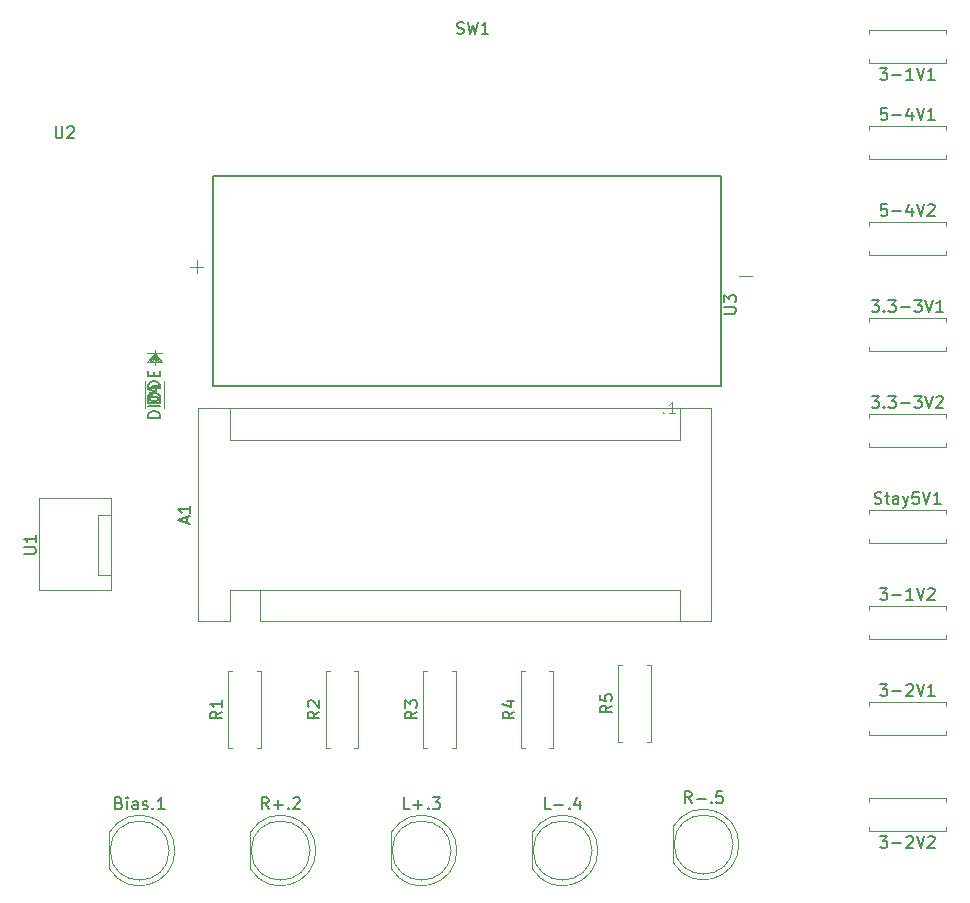
<source format=gto>
%TF.GenerationSoftware,KiCad,Pcbnew,(5.1.10)-1*%
%TF.CreationDate,2021-08-05T18:33:57-07:00*%
%TF.ProjectId,SimpleCableTesterStatics,53696d70-6c65-4436-9162-6c6554657374,rev?*%
%TF.SameCoordinates,Original*%
%TF.FileFunction,Legend,Top*%
%TF.FilePolarity,Positive*%
%FSLAX46Y46*%
G04 Gerber Fmt 4.6, Leading zero omitted, Abs format (unit mm)*
G04 Created by KiCad (PCBNEW (5.1.10)-1) date 2021-08-05 18:33:57*
%MOMM*%
%LPD*%
G01*
G04 APERTURE LIST*
%ADD10C,0.120000*%
%ADD11C,0.127000*%
%ADD12C,0.150000*%
%ADD13C,0.015000*%
G04 APERTURE END LIST*
D10*
%TO.C,U1*%
X117098000Y-114808000D02*
X118108000Y-114808000D01*
X117098000Y-119888000D02*
X117098000Y-114808000D01*
X118108000Y-119888000D02*
X117098000Y-119888000D01*
X118208000Y-113438000D02*
X118208000Y-121238000D01*
X112158000Y-113438000D02*
X118208000Y-113438000D01*
X112158000Y-121238000D02*
X112158000Y-113438000D01*
X118208000Y-121238000D02*
X112158000Y-121238000D01*
D11*
%TO.C,.1*%
X126836000Y-103886000D02*
X126836000Y-86106000D01*
X126836000Y-86106000D02*
X169836000Y-86106000D01*
X169836000Y-86106000D02*
X169836000Y-103886000D01*
X169836000Y-103886000D02*
X126836000Y-103886000D01*
D10*
%TO.C,3-1V1*%
X188944000Y-76224000D02*
X188944000Y-76554000D01*
X188944000Y-76554000D02*
X182404000Y-76554000D01*
X182404000Y-76554000D02*
X182404000Y-76224000D01*
X188944000Y-74144000D02*
X188944000Y-73814000D01*
X188944000Y-73814000D02*
X182404000Y-73814000D01*
X182404000Y-73814000D02*
X182404000Y-74144000D01*
%TO.C,3-1V2*%
X188944000Y-125322000D02*
X188944000Y-124992000D01*
X182404000Y-125322000D02*
X188944000Y-125322000D01*
X182404000Y-124992000D02*
X182404000Y-125322000D01*
X188944000Y-122582000D02*
X188944000Y-122912000D01*
X182404000Y-122582000D02*
X188944000Y-122582000D01*
X182404000Y-122912000D02*
X182404000Y-122582000D01*
%TO.C,3-2V1*%
X188944000Y-133450000D02*
X188944000Y-133120000D01*
X182404000Y-133450000D02*
X188944000Y-133450000D01*
X182404000Y-133120000D02*
X182404000Y-133450000D01*
X188944000Y-130710000D02*
X188944000Y-131040000D01*
X182404000Y-130710000D02*
X188944000Y-130710000D01*
X182404000Y-131040000D02*
X182404000Y-130710000D01*
%TO.C,3-2V2*%
X188944000Y-141248000D02*
X188944000Y-141578000D01*
X188944000Y-141578000D02*
X182404000Y-141578000D01*
X182404000Y-141578000D02*
X182404000Y-141248000D01*
X188944000Y-139168000D02*
X188944000Y-138838000D01*
X188944000Y-138838000D02*
X182404000Y-138838000D01*
X182404000Y-138838000D02*
X182404000Y-139168000D01*
%TO.C,3.3-3V1*%
X188944000Y-100938000D02*
X188944000Y-100608000D01*
X182404000Y-100938000D02*
X188944000Y-100938000D01*
X182404000Y-100608000D02*
X182404000Y-100938000D01*
X188944000Y-98198000D02*
X188944000Y-98528000D01*
X182404000Y-98198000D02*
X188944000Y-98198000D01*
X182404000Y-98528000D02*
X182404000Y-98198000D01*
%TO.C,3.3-3V2*%
X188944000Y-109066000D02*
X188944000Y-108736000D01*
X182404000Y-109066000D02*
X188944000Y-109066000D01*
X182404000Y-108736000D02*
X182404000Y-109066000D01*
X188944000Y-106326000D02*
X188944000Y-106656000D01*
X182404000Y-106326000D02*
X188944000Y-106326000D01*
X182404000Y-106656000D02*
X182404000Y-106326000D01*
%TO.C,5-4V1*%
X182404000Y-82272000D02*
X182404000Y-81942000D01*
X182404000Y-81942000D02*
X188944000Y-81942000D01*
X188944000Y-81942000D02*
X188944000Y-82272000D01*
X182404000Y-84352000D02*
X182404000Y-84682000D01*
X182404000Y-84682000D02*
X188944000Y-84682000D01*
X188944000Y-84682000D02*
X188944000Y-84352000D01*
%TO.C,5-4V2*%
X188944000Y-92810000D02*
X188944000Y-92480000D01*
X182404000Y-92810000D02*
X188944000Y-92810000D01*
X182404000Y-92480000D02*
X182404000Y-92810000D01*
X188944000Y-90070000D02*
X188944000Y-90400000D01*
X182404000Y-90070000D02*
X188944000Y-90070000D01*
X182404000Y-90400000D02*
X182404000Y-90070000D01*
%TO.C,A1*%
X125600000Y-105788000D02*
X125600000Y-123828000D01*
X169040000Y-105788000D02*
X125600000Y-105788000D01*
X169040000Y-123828000D02*
X169040000Y-105788000D01*
X166370000Y-121158000D02*
X166370000Y-123828000D01*
X130810000Y-121158000D02*
X166370000Y-121158000D01*
X130810000Y-121158000D02*
X130810000Y-123828000D01*
X166370000Y-108458000D02*
X166370000Y-105788000D01*
X128270000Y-108458000D02*
X166370000Y-108458000D01*
X128270000Y-108458000D02*
X128270000Y-105788000D01*
X125600000Y-123828000D02*
X128270000Y-123828000D01*
X130810000Y-123828000D02*
X169040000Y-123828000D01*
X128270000Y-121158000D02*
X128270000Y-123828000D01*
X130810000Y-121158000D02*
X128270000Y-121158000D01*
%TO.C,Bias.1*%
X118090000Y-141711000D02*
X118090000Y-144801000D01*
X123150000Y-143256000D02*
G75*
G03*
X123150000Y-143256000I-2500000J0D01*
G01*
X123640000Y-143256462D02*
G75*
G03*
X118090000Y-141711170I-2990000J462D01*
G01*
X123640000Y-143255538D02*
G75*
G02*
X118090000Y-144800830I-2990000J-462D01*
G01*
%TO.C,R+.2*%
X135578000Y-143255538D02*
G75*
G02*
X130028000Y-144800830I-2990000J-462D01*
G01*
X135578000Y-143256462D02*
G75*
G03*
X130028000Y-141711170I-2990000J462D01*
G01*
X135088000Y-143256000D02*
G75*
G03*
X135088000Y-143256000I-2500000J0D01*
G01*
X130028000Y-141711000D02*
X130028000Y-144801000D01*
%TO.C,L+.3*%
X141966000Y-141711000D02*
X141966000Y-144801000D01*
X147026000Y-143256000D02*
G75*
G03*
X147026000Y-143256000I-2500000J0D01*
G01*
X147516000Y-143256462D02*
G75*
G03*
X141966000Y-141711170I-2990000J462D01*
G01*
X147516000Y-143255538D02*
G75*
G02*
X141966000Y-144800830I-2990000J-462D01*
G01*
%TO.C,D4*%
X121920000Y-102184200D02*
X121920000Y-100914200D01*
X122555000Y-101168200D02*
X121285000Y-101168200D01*
X121920000Y-101168200D02*
X122555000Y-101930200D01*
X121920000Y-101168200D02*
X122428000Y-101930200D01*
X121920000Y-101168200D02*
X122301000Y-101930200D01*
X121920000Y-101168200D02*
X122174000Y-101930200D01*
X121920000Y-101168200D02*
X122047000Y-101930200D01*
X121920000Y-101168200D02*
X121285000Y-101930200D01*
X121920000Y-101168200D02*
X121412000Y-101930200D01*
X121920000Y-101168200D02*
X121539000Y-101930200D01*
X121920000Y-101168200D02*
X121666000Y-101930200D01*
X121920000Y-101168200D02*
X121793000Y-101930200D01*
X122555000Y-101930200D02*
X121285000Y-101930200D01*
X121094500Y-103466900D02*
X121094500Y-105829100D01*
X122745500Y-105829100D02*
X122745500Y-103466900D01*
%TO.C,L-.4*%
X159454000Y-143255538D02*
G75*
G02*
X153904000Y-144800830I-2990000J-462D01*
G01*
X159454000Y-143256462D02*
G75*
G03*
X153904000Y-141711170I-2990000J462D01*
G01*
X158964000Y-143256000D02*
G75*
G03*
X158964000Y-143256000I-2500000J0D01*
G01*
X153904000Y-141711000D02*
X153904000Y-144801000D01*
%TO.C,R-.5*%
X165842000Y-141203000D02*
X165842000Y-144293000D01*
X170902000Y-142748000D02*
G75*
G03*
X170902000Y-142748000I-2500000J0D01*
G01*
X171392000Y-142748462D02*
G75*
G03*
X165842000Y-141203170I-2990000J462D01*
G01*
X171392000Y-142747538D02*
G75*
G02*
X165842000Y-144292830I-2990000J-462D01*
G01*
%TO.C,R1*%
X128500000Y-134588000D02*
X128170000Y-134588000D01*
X128170000Y-134588000D02*
X128170000Y-128048000D01*
X128170000Y-128048000D02*
X128500000Y-128048000D01*
X130580000Y-134588000D02*
X130910000Y-134588000D01*
X130910000Y-134588000D02*
X130910000Y-128048000D01*
X130910000Y-128048000D02*
X130580000Y-128048000D01*
%TO.C,R2*%
X139165000Y-128048000D02*
X138835000Y-128048000D01*
X139165000Y-134588000D02*
X139165000Y-128048000D01*
X138835000Y-134588000D02*
X139165000Y-134588000D01*
X136425000Y-128048000D02*
X136755000Y-128048000D01*
X136425000Y-134588000D02*
X136425000Y-128048000D01*
X136755000Y-134588000D02*
X136425000Y-134588000D01*
%TO.C,R3*%
X145010000Y-134588000D02*
X144680000Y-134588000D01*
X144680000Y-134588000D02*
X144680000Y-128048000D01*
X144680000Y-128048000D02*
X145010000Y-128048000D01*
X147090000Y-134588000D02*
X147420000Y-134588000D01*
X147420000Y-134588000D02*
X147420000Y-128048000D01*
X147420000Y-128048000D02*
X147090000Y-128048000D01*
%TO.C,R4*%
X155675000Y-128048000D02*
X155345000Y-128048000D01*
X155675000Y-134588000D02*
X155675000Y-128048000D01*
X155345000Y-134588000D02*
X155675000Y-134588000D01*
X152935000Y-128048000D02*
X153265000Y-128048000D01*
X152935000Y-134588000D02*
X152935000Y-128048000D01*
X153265000Y-134588000D02*
X152935000Y-134588000D01*
%TO.C,R5*%
X161520000Y-134080000D02*
X161190000Y-134080000D01*
X161190000Y-134080000D02*
X161190000Y-127540000D01*
X161190000Y-127540000D02*
X161520000Y-127540000D01*
X163600000Y-134080000D02*
X163930000Y-134080000D01*
X163930000Y-134080000D02*
X163930000Y-127540000D01*
X163930000Y-127540000D02*
X163600000Y-127540000D01*
%TO.C,Stay5V1*%
X182404000Y-114784000D02*
X182404000Y-114454000D01*
X182404000Y-114454000D02*
X188944000Y-114454000D01*
X188944000Y-114454000D02*
X188944000Y-114784000D01*
X182404000Y-116864000D02*
X182404000Y-117194000D01*
X182404000Y-117194000D02*
X188944000Y-117194000D01*
X188944000Y-117194000D02*
X188944000Y-116864000D01*
%TO.C,U1*%
D12*
X110860380Y-118149904D02*
X111669904Y-118149904D01*
X111765142Y-118102285D01*
X111812761Y-118054666D01*
X111860380Y-117959428D01*
X111860380Y-117768952D01*
X111812761Y-117673714D01*
X111765142Y-117626095D01*
X111669904Y-117578476D01*
X110860380Y-117578476D01*
X111860380Y-116578476D02*
X111860380Y-117149904D01*
X111860380Y-116864190D02*
X110860380Y-116864190D01*
X111003238Y-116959428D01*
X111098476Y-117054666D01*
X111146095Y-117149904D01*
%TO.C,.1*%
D13*
X165004809Y-106148142D02*
X165052428Y-106195761D01*
X165004809Y-106243380D01*
X164957190Y-106195761D01*
X165004809Y-106148142D01*
X165004809Y-106243380D01*
X166004809Y-106243380D02*
X165433380Y-106243380D01*
X165719095Y-106243380D02*
X165719095Y-105243380D01*
X165623857Y-105386238D01*
X165528619Y-105481476D01*
X165433380Y-105529095D01*
X171424666Y-94588000D02*
X172491333Y-94588000D01*
X124942666Y-93826000D02*
X126009333Y-93826000D01*
X125476000Y-94359333D02*
X125476000Y-93292666D01*
%TO.C,3-1V1*%
D12*
X183340666Y-77006380D02*
X183959714Y-77006380D01*
X183626380Y-77387333D01*
X183769238Y-77387333D01*
X183864476Y-77434952D01*
X183912095Y-77482571D01*
X183959714Y-77577809D01*
X183959714Y-77815904D01*
X183912095Y-77911142D01*
X183864476Y-77958761D01*
X183769238Y-78006380D01*
X183483523Y-78006380D01*
X183388285Y-77958761D01*
X183340666Y-77911142D01*
X184388285Y-77625428D02*
X185150190Y-77625428D01*
X186150190Y-78006380D02*
X185578761Y-78006380D01*
X185864476Y-78006380D02*
X185864476Y-77006380D01*
X185769238Y-77149238D01*
X185674000Y-77244476D01*
X185578761Y-77292095D01*
X186435904Y-77006380D02*
X186769238Y-78006380D01*
X187102571Y-77006380D01*
X187959714Y-78006380D02*
X187388285Y-78006380D01*
X187674000Y-78006380D02*
X187674000Y-77006380D01*
X187578761Y-77149238D01*
X187483523Y-77244476D01*
X187388285Y-77292095D01*
%TO.C,3-1V2*%
X183340666Y-121034380D02*
X183959714Y-121034380D01*
X183626380Y-121415333D01*
X183769238Y-121415333D01*
X183864476Y-121462952D01*
X183912095Y-121510571D01*
X183959714Y-121605809D01*
X183959714Y-121843904D01*
X183912095Y-121939142D01*
X183864476Y-121986761D01*
X183769238Y-122034380D01*
X183483523Y-122034380D01*
X183388285Y-121986761D01*
X183340666Y-121939142D01*
X184388285Y-121653428D02*
X185150190Y-121653428D01*
X186150190Y-122034380D02*
X185578761Y-122034380D01*
X185864476Y-122034380D02*
X185864476Y-121034380D01*
X185769238Y-121177238D01*
X185674000Y-121272476D01*
X185578761Y-121320095D01*
X186435904Y-121034380D02*
X186769238Y-122034380D01*
X187102571Y-121034380D01*
X187388285Y-121129619D02*
X187435904Y-121082000D01*
X187531142Y-121034380D01*
X187769238Y-121034380D01*
X187864476Y-121082000D01*
X187912095Y-121129619D01*
X187959714Y-121224857D01*
X187959714Y-121320095D01*
X187912095Y-121462952D01*
X187340666Y-122034380D01*
X187959714Y-122034380D01*
%TO.C,3-2V1*%
X183340666Y-129162380D02*
X183959714Y-129162380D01*
X183626380Y-129543333D01*
X183769238Y-129543333D01*
X183864476Y-129590952D01*
X183912095Y-129638571D01*
X183959714Y-129733809D01*
X183959714Y-129971904D01*
X183912095Y-130067142D01*
X183864476Y-130114761D01*
X183769238Y-130162380D01*
X183483523Y-130162380D01*
X183388285Y-130114761D01*
X183340666Y-130067142D01*
X184388285Y-129781428D02*
X185150190Y-129781428D01*
X185578761Y-129257619D02*
X185626380Y-129210000D01*
X185721619Y-129162380D01*
X185959714Y-129162380D01*
X186054952Y-129210000D01*
X186102571Y-129257619D01*
X186150190Y-129352857D01*
X186150190Y-129448095D01*
X186102571Y-129590952D01*
X185531142Y-130162380D01*
X186150190Y-130162380D01*
X186435904Y-129162380D02*
X186769238Y-130162380D01*
X187102571Y-129162380D01*
X187959714Y-130162380D02*
X187388285Y-130162380D01*
X187674000Y-130162380D02*
X187674000Y-129162380D01*
X187578761Y-129305238D01*
X187483523Y-129400476D01*
X187388285Y-129448095D01*
%TO.C,3-2V2*%
X183340666Y-142030380D02*
X183959714Y-142030380D01*
X183626380Y-142411333D01*
X183769238Y-142411333D01*
X183864476Y-142458952D01*
X183912095Y-142506571D01*
X183959714Y-142601809D01*
X183959714Y-142839904D01*
X183912095Y-142935142D01*
X183864476Y-142982761D01*
X183769238Y-143030380D01*
X183483523Y-143030380D01*
X183388285Y-142982761D01*
X183340666Y-142935142D01*
X184388285Y-142649428D02*
X185150190Y-142649428D01*
X185578761Y-142125619D02*
X185626380Y-142078000D01*
X185721619Y-142030380D01*
X185959714Y-142030380D01*
X186054952Y-142078000D01*
X186102571Y-142125619D01*
X186150190Y-142220857D01*
X186150190Y-142316095D01*
X186102571Y-142458952D01*
X185531142Y-143030380D01*
X186150190Y-143030380D01*
X186435904Y-142030380D02*
X186769238Y-143030380D01*
X187102571Y-142030380D01*
X187388285Y-142125619D02*
X187435904Y-142078000D01*
X187531142Y-142030380D01*
X187769238Y-142030380D01*
X187864476Y-142078000D01*
X187912095Y-142125619D01*
X187959714Y-142220857D01*
X187959714Y-142316095D01*
X187912095Y-142458952D01*
X187340666Y-143030380D01*
X187959714Y-143030380D01*
%TO.C,3.3-3V1*%
X182626380Y-96650380D02*
X183245428Y-96650380D01*
X182912095Y-97031333D01*
X183054952Y-97031333D01*
X183150190Y-97078952D01*
X183197809Y-97126571D01*
X183245428Y-97221809D01*
X183245428Y-97459904D01*
X183197809Y-97555142D01*
X183150190Y-97602761D01*
X183054952Y-97650380D01*
X182769238Y-97650380D01*
X182674000Y-97602761D01*
X182626380Y-97555142D01*
X183674000Y-97555142D02*
X183721619Y-97602761D01*
X183674000Y-97650380D01*
X183626380Y-97602761D01*
X183674000Y-97555142D01*
X183674000Y-97650380D01*
X184054952Y-96650380D02*
X184674000Y-96650380D01*
X184340666Y-97031333D01*
X184483523Y-97031333D01*
X184578761Y-97078952D01*
X184626380Y-97126571D01*
X184674000Y-97221809D01*
X184674000Y-97459904D01*
X184626380Y-97555142D01*
X184578761Y-97602761D01*
X184483523Y-97650380D01*
X184197809Y-97650380D01*
X184102571Y-97602761D01*
X184054952Y-97555142D01*
X185102571Y-97269428D02*
X185864476Y-97269428D01*
X186245428Y-96650380D02*
X186864476Y-96650380D01*
X186531142Y-97031333D01*
X186674000Y-97031333D01*
X186769238Y-97078952D01*
X186816857Y-97126571D01*
X186864476Y-97221809D01*
X186864476Y-97459904D01*
X186816857Y-97555142D01*
X186769238Y-97602761D01*
X186674000Y-97650380D01*
X186388285Y-97650380D01*
X186293047Y-97602761D01*
X186245428Y-97555142D01*
X187150190Y-96650380D02*
X187483523Y-97650380D01*
X187816857Y-96650380D01*
X188674000Y-97650380D02*
X188102571Y-97650380D01*
X188388285Y-97650380D02*
X188388285Y-96650380D01*
X188293047Y-96793238D01*
X188197809Y-96888476D01*
X188102571Y-96936095D01*
%TO.C,3.3-3V2*%
X182626380Y-104778380D02*
X183245428Y-104778380D01*
X182912095Y-105159333D01*
X183054952Y-105159333D01*
X183150190Y-105206952D01*
X183197809Y-105254571D01*
X183245428Y-105349809D01*
X183245428Y-105587904D01*
X183197809Y-105683142D01*
X183150190Y-105730761D01*
X183054952Y-105778380D01*
X182769238Y-105778380D01*
X182674000Y-105730761D01*
X182626380Y-105683142D01*
X183674000Y-105683142D02*
X183721619Y-105730761D01*
X183674000Y-105778380D01*
X183626380Y-105730761D01*
X183674000Y-105683142D01*
X183674000Y-105778380D01*
X184054952Y-104778380D02*
X184674000Y-104778380D01*
X184340666Y-105159333D01*
X184483523Y-105159333D01*
X184578761Y-105206952D01*
X184626380Y-105254571D01*
X184674000Y-105349809D01*
X184674000Y-105587904D01*
X184626380Y-105683142D01*
X184578761Y-105730761D01*
X184483523Y-105778380D01*
X184197809Y-105778380D01*
X184102571Y-105730761D01*
X184054952Y-105683142D01*
X185102571Y-105397428D02*
X185864476Y-105397428D01*
X186245428Y-104778380D02*
X186864476Y-104778380D01*
X186531142Y-105159333D01*
X186674000Y-105159333D01*
X186769238Y-105206952D01*
X186816857Y-105254571D01*
X186864476Y-105349809D01*
X186864476Y-105587904D01*
X186816857Y-105683142D01*
X186769238Y-105730761D01*
X186674000Y-105778380D01*
X186388285Y-105778380D01*
X186293047Y-105730761D01*
X186245428Y-105683142D01*
X187150190Y-104778380D02*
X187483523Y-105778380D01*
X187816857Y-104778380D01*
X188102571Y-104873619D02*
X188150190Y-104826000D01*
X188245428Y-104778380D01*
X188483523Y-104778380D01*
X188578761Y-104826000D01*
X188626380Y-104873619D01*
X188674000Y-104968857D01*
X188674000Y-105064095D01*
X188626380Y-105206952D01*
X188054952Y-105778380D01*
X188674000Y-105778380D01*
%TO.C,5-4V1*%
X183912095Y-80394380D02*
X183435904Y-80394380D01*
X183388285Y-80870571D01*
X183435904Y-80822952D01*
X183531142Y-80775333D01*
X183769238Y-80775333D01*
X183864476Y-80822952D01*
X183912095Y-80870571D01*
X183959714Y-80965809D01*
X183959714Y-81203904D01*
X183912095Y-81299142D01*
X183864476Y-81346761D01*
X183769238Y-81394380D01*
X183531142Y-81394380D01*
X183435904Y-81346761D01*
X183388285Y-81299142D01*
X184388285Y-81013428D02*
X185150190Y-81013428D01*
X186054952Y-80727714D02*
X186054952Y-81394380D01*
X185816857Y-80346761D02*
X185578761Y-81061047D01*
X186197809Y-81061047D01*
X186435904Y-80394380D02*
X186769238Y-81394380D01*
X187102571Y-80394380D01*
X187959714Y-81394380D02*
X187388285Y-81394380D01*
X187674000Y-81394380D02*
X187674000Y-80394380D01*
X187578761Y-80537238D01*
X187483523Y-80632476D01*
X187388285Y-80680095D01*
%TO.C,5-4V2*%
X183912095Y-88522380D02*
X183435904Y-88522380D01*
X183388285Y-88998571D01*
X183435904Y-88950952D01*
X183531142Y-88903333D01*
X183769238Y-88903333D01*
X183864476Y-88950952D01*
X183912095Y-88998571D01*
X183959714Y-89093809D01*
X183959714Y-89331904D01*
X183912095Y-89427142D01*
X183864476Y-89474761D01*
X183769238Y-89522380D01*
X183531142Y-89522380D01*
X183435904Y-89474761D01*
X183388285Y-89427142D01*
X184388285Y-89141428D02*
X185150190Y-89141428D01*
X186054952Y-88855714D02*
X186054952Y-89522380D01*
X185816857Y-88474761D02*
X185578761Y-89189047D01*
X186197809Y-89189047D01*
X186435904Y-88522380D02*
X186769238Y-89522380D01*
X187102571Y-88522380D01*
X187388285Y-88617619D02*
X187435904Y-88570000D01*
X187531142Y-88522380D01*
X187769238Y-88522380D01*
X187864476Y-88570000D01*
X187912095Y-88617619D01*
X187959714Y-88712857D01*
X187959714Y-88808095D01*
X187912095Y-88950952D01*
X187340666Y-89522380D01*
X187959714Y-89522380D01*
%TO.C,A1*%
X124626666Y-115522285D02*
X124626666Y-115046095D01*
X124912380Y-115617523D02*
X123912380Y-115284190D01*
X124912380Y-114950857D01*
X124912380Y-114093714D02*
X124912380Y-114665142D01*
X124912380Y-114379428D02*
X123912380Y-114379428D01*
X124055238Y-114474666D01*
X124150476Y-114569904D01*
X124198095Y-114665142D01*
%TO.C,Bias.1*%
X118911904Y-139224571D02*
X119054761Y-139272190D01*
X119102380Y-139319809D01*
X119150000Y-139415047D01*
X119150000Y-139557904D01*
X119102380Y-139653142D01*
X119054761Y-139700761D01*
X118959523Y-139748380D01*
X118578571Y-139748380D01*
X118578571Y-138748380D01*
X118911904Y-138748380D01*
X119007142Y-138796000D01*
X119054761Y-138843619D01*
X119102380Y-138938857D01*
X119102380Y-139034095D01*
X119054761Y-139129333D01*
X119007142Y-139176952D01*
X118911904Y-139224571D01*
X118578571Y-139224571D01*
X119578571Y-139748380D02*
X119578571Y-139081714D01*
X119578571Y-138748380D02*
X119530952Y-138796000D01*
X119578571Y-138843619D01*
X119626190Y-138796000D01*
X119578571Y-138748380D01*
X119578571Y-138843619D01*
X120483333Y-139748380D02*
X120483333Y-139224571D01*
X120435714Y-139129333D01*
X120340476Y-139081714D01*
X120150000Y-139081714D01*
X120054761Y-139129333D01*
X120483333Y-139700761D02*
X120388095Y-139748380D01*
X120150000Y-139748380D01*
X120054761Y-139700761D01*
X120007142Y-139605523D01*
X120007142Y-139510285D01*
X120054761Y-139415047D01*
X120150000Y-139367428D01*
X120388095Y-139367428D01*
X120483333Y-139319809D01*
X120911904Y-139700761D02*
X121007142Y-139748380D01*
X121197619Y-139748380D01*
X121292857Y-139700761D01*
X121340476Y-139605523D01*
X121340476Y-139557904D01*
X121292857Y-139462666D01*
X121197619Y-139415047D01*
X121054761Y-139415047D01*
X120959523Y-139367428D01*
X120911904Y-139272190D01*
X120911904Y-139224571D01*
X120959523Y-139129333D01*
X121054761Y-139081714D01*
X121197619Y-139081714D01*
X121292857Y-139129333D01*
X121769047Y-139653142D02*
X121816666Y-139700761D01*
X121769047Y-139748380D01*
X121721428Y-139700761D01*
X121769047Y-139653142D01*
X121769047Y-139748380D01*
X122769047Y-139748380D02*
X122197619Y-139748380D01*
X122483333Y-139748380D02*
X122483333Y-138748380D01*
X122388095Y-138891238D01*
X122292857Y-138986476D01*
X122197619Y-139034095D01*
%TO.C,R+.2*%
X131564190Y-139748380D02*
X131230857Y-139272190D01*
X130992761Y-139748380D02*
X130992761Y-138748380D01*
X131373714Y-138748380D01*
X131468952Y-138796000D01*
X131516571Y-138843619D01*
X131564190Y-138938857D01*
X131564190Y-139081714D01*
X131516571Y-139176952D01*
X131468952Y-139224571D01*
X131373714Y-139272190D01*
X130992761Y-139272190D01*
X131992761Y-139367428D02*
X132754666Y-139367428D01*
X132373714Y-139748380D02*
X132373714Y-138986476D01*
X133230857Y-139653142D02*
X133278476Y-139700761D01*
X133230857Y-139748380D01*
X133183238Y-139700761D01*
X133230857Y-139653142D01*
X133230857Y-139748380D01*
X133659428Y-138843619D02*
X133707047Y-138796000D01*
X133802285Y-138748380D01*
X134040380Y-138748380D01*
X134135619Y-138796000D01*
X134183238Y-138843619D01*
X134230857Y-138938857D01*
X134230857Y-139034095D01*
X134183238Y-139176952D01*
X133611809Y-139748380D01*
X134230857Y-139748380D01*
%TO.C,L+.3*%
X143502190Y-139748380D02*
X143026000Y-139748380D01*
X143026000Y-138748380D01*
X143835523Y-139367428D02*
X144597428Y-139367428D01*
X144216476Y-139748380D02*
X144216476Y-138986476D01*
X145073619Y-139653142D02*
X145121238Y-139700761D01*
X145073619Y-139748380D01*
X145026000Y-139700761D01*
X145073619Y-139653142D01*
X145073619Y-139748380D01*
X145454571Y-138748380D02*
X146073619Y-138748380D01*
X145740285Y-139129333D01*
X145883142Y-139129333D01*
X145978380Y-139176952D01*
X146026000Y-139224571D01*
X146073619Y-139319809D01*
X146073619Y-139557904D01*
X146026000Y-139653142D01*
X145978380Y-139700761D01*
X145883142Y-139748380D01*
X145597428Y-139748380D01*
X145502190Y-139700761D01*
X145454571Y-139653142D01*
%TO.C,D4*%
X122372380Y-105386095D02*
X121372380Y-105386095D01*
X121372380Y-105148000D01*
X121420000Y-105005142D01*
X121515238Y-104909904D01*
X121610476Y-104862285D01*
X121800952Y-104814666D01*
X121943809Y-104814666D01*
X122134285Y-104862285D01*
X122229523Y-104909904D01*
X122324761Y-105005142D01*
X122372380Y-105148000D01*
X122372380Y-105386095D01*
X121705714Y-103957523D02*
X122372380Y-103957523D01*
X121324761Y-104195619D02*
X122039047Y-104433714D01*
X122039047Y-103814666D01*
X122372380Y-106624190D02*
X121372380Y-106624190D01*
X121372380Y-106386095D01*
X121420000Y-106243238D01*
X121515238Y-106148000D01*
X121610476Y-106100380D01*
X121800952Y-106052761D01*
X121943809Y-106052761D01*
X122134285Y-106100380D01*
X122229523Y-106148000D01*
X122324761Y-106243238D01*
X122372380Y-106386095D01*
X122372380Y-106624190D01*
X122372380Y-105624190D02*
X121372380Y-105624190D01*
X121372380Y-104957523D02*
X121372380Y-104767047D01*
X121420000Y-104671809D01*
X121515238Y-104576571D01*
X121705714Y-104528952D01*
X122039047Y-104528952D01*
X122229523Y-104576571D01*
X122324761Y-104671809D01*
X122372380Y-104767047D01*
X122372380Y-104957523D01*
X122324761Y-105052761D01*
X122229523Y-105148000D01*
X122039047Y-105195619D01*
X121705714Y-105195619D01*
X121515238Y-105148000D01*
X121420000Y-105052761D01*
X121372380Y-104957523D01*
X122372380Y-104100380D02*
X121372380Y-104100380D01*
X121372380Y-103862285D01*
X121420000Y-103719428D01*
X121515238Y-103624190D01*
X121610476Y-103576571D01*
X121800952Y-103528952D01*
X121943809Y-103528952D01*
X122134285Y-103576571D01*
X122229523Y-103624190D01*
X122324761Y-103719428D01*
X122372380Y-103862285D01*
X122372380Y-104100380D01*
X121848571Y-103100380D02*
X121848571Y-102767047D01*
X122372380Y-102624190D02*
X122372380Y-103100380D01*
X121372380Y-103100380D01*
X121372380Y-102624190D01*
X121372380Y-104648000D02*
X121610476Y-104648000D01*
X121515238Y-104886095D02*
X121610476Y-104648000D01*
X121515238Y-104409904D01*
X121800952Y-104790857D02*
X121610476Y-104648000D01*
X121800952Y-104505142D01*
%TO.C,L-.4*%
X155440190Y-139748380D02*
X154964000Y-139748380D01*
X154964000Y-138748380D01*
X155773523Y-139367428D02*
X156535428Y-139367428D01*
X157011619Y-139653142D02*
X157059238Y-139700761D01*
X157011619Y-139748380D01*
X156964000Y-139700761D01*
X157011619Y-139653142D01*
X157011619Y-139748380D01*
X157916380Y-139081714D02*
X157916380Y-139748380D01*
X157678285Y-138700761D02*
X157440190Y-139415047D01*
X158059238Y-139415047D01*
%TO.C,R-.5*%
X167378190Y-139240380D02*
X167044857Y-138764190D01*
X166806761Y-139240380D02*
X166806761Y-138240380D01*
X167187714Y-138240380D01*
X167282952Y-138288000D01*
X167330571Y-138335619D01*
X167378190Y-138430857D01*
X167378190Y-138573714D01*
X167330571Y-138668952D01*
X167282952Y-138716571D01*
X167187714Y-138764190D01*
X166806761Y-138764190D01*
X167806761Y-138859428D02*
X168568666Y-138859428D01*
X169044857Y-139145142D02*
X169092476Y-139192761D01*
X169044857Y-139240380D01*
X168997238Y-139192761D01*
X169044857Y-139145142D01*
X169044857Y-139240380D01*
X169997238Y-138240380D02*
X169521047Y-138240380D01*
X169473428Y-138716571D01*
X169521047Y-138668952D01*
X169616285Y-138621333D01*
X169854380Y-138621333D01*
X169949619Y-138668952D01*
X169997238Y-138716571D01*
X170044857Y-138811809D01*
X170044857Y-139049904D01*
X169997238Y-139145142D01*
X169949619Y-139192761D01*
X169854380Y-139240380D01*
X169616285Y-139240380D01*
X169521047Y-139192761D01*
X169473428Y-139145142D01*
%TO.C,R1*%
X127622380Y-131484666D02*
X127146190Y-131818000D01*
X127622380Y-132056095D02*
X126622380Y-132056095D01*
X126622380Y-131675142D01*
X126670000Y-131579904D01*
X126717619Y-131532285D01*
X126812857Y-131484666D01*
X126955714Y-131484666D01*
X127050952Y-131532285D01*
X127098571Y-131579904D01*
X127146190Y-131675142D01*
X127146190Y-132056095D01*
X127622380Y-130532285D02*
X127622380Y-131103714D01*
X127622380Y-130818000D02*
X126622380Y-130818000D01*
X126765238Y-130913238D01*
X126860476Y-131008476D01*
X126908095Y-131103714D01*
%TO.C,R2*%
X135877380Y-131484666D02*
X135401190Y-131818000D01*
X135877380Y-132056095D02*
X134877380Y-132056095D01*
X134877380Y-131675142D01*
X134925000Y-131579904D01*
X134972619Y-131532285D01*
X135067857Y-131484666D01*
X135210714Y-131484666D01*
X135305952Y-131532285D01*
X135353571Y-131579904D01*
X135401190Y-131675142D01*
X135401190Y-132056095D01*
X134972619Y-131103714D02*
X134925000Y-131056095D01*
X134877380Y-130960857D01*
X134877380Y-130722761D01*
X134925000Y-130627523D01*
X134972619Y-130579904D01*
X135067857Y-130532285D01*
X135163095Y-130532285D01*
X135305952Y-130579904D01*
X135877380Y-131151333D01*
X135877380Y-130532285D01*
%TO.C,R3*%
X144132380Y-131484666D02*
X143656190Y-131818000D01*
X144132380Y-132056095D02*
X143132380Y-132056095D01*
X143132380Y-131675142D01*
X143180000Y-131579904D01*
X143227619Y-131532285D01*
X143322857Y-131484666D01*
X143465714Y-131484666D01*
X143560952Y-131532285D01*
X143608571Y-131579904D01*
X143656190Y-131675142D01*
X143656190Y-132056095D01*
X143132380Y-131151333D02*
X143132380Y-130532285D01*
X143513333Y-130865619D01*
X143513333Y-130722761D01*
X143560952Y-130627523D01*
X143608571Y-130579904D01*
X143703809Y-130532285D01*
X143941904Y-130532285D01*
X144037142Y-130579904D01*
X144084761Y-130627523D01*
X144132380Y-130722761D01*
X144132380Y-131008476D01*
X144084761Y-131103714D01*
X144037142Y-131151333D01*
%TO.C,R4*%
X152387380Y-131484666D02*
X151911190Y-131818000D01*
X152387380Y-132056095D02*
X151387380Y-132056095D01*
X151387380Y-131675142D01*
X151435000Y-131579904D01*
X151482619Y-131532285D01*
X151577857Y-131484666D01*
X151720714Y-131484666D01*
X151815952Y-131532285D01*
X151863571Y-131579904D01*
X151911190Y-131675142D01*
X151911190Y-132056095D01*
X151720714Y-130627523D02*
X152387380Y-130627523D01*
X151339761Y-130865619D02*
X152054047Y-131103714D01*
X152054047Y-130484666D01*
%TO.C,R5*%
X160642380Y-130976666D02*
X160166190Y-131310000D01*
X160642380Y-131548095D02*
X159642380Y-131548095D01*
X159642380Y-131167142D01*
X159690000Y-131071904D01*
X159737619Y-131024285D01*
X159832857Y-130976666D01*
X159975714Y-130976666D01*
X160070952Y-131024285D01*
X160118571Y-131071904D01*
X160166190Y-131167142D01*
X160166190Y-131548095D01*
X159642380Y-130071904D02*
X159642380Y-130548095D01*
X160118571Y-130595714D01*
X160070952Y-130548095D01*
X160023333Y-130452857D01*
X160023333Y-130214761D01*
X160070952Y-130119523D01*
X160118571Y-130071904D01*
X160213809Y-130024285D01*
X160451904Y-130024285D01*
X160547142Y-130071904D01*
X160594761Y-130119523D01*
X160642380Y-130214761D01*
X160642380Y-130452857D01*
X160594761Y-130548095D01*
X160547142Y-130595714D01*
%TO.C,Stay5V1*%
X182888285Y-113858761D02*
X183031142Y-113906380D01*
X183269238Y-113906380D01*
X183364476Y-113858761D01*
X183412095Y-113811142D01*
X183459714Y-113715904D01*
X183459714Y-113620666D01*
X183412095Y-113525428D01*
X183364476Y-113477809D01*
X183269238Y-113430190D01*
X183078761Y-113382571D01*
X182983523Y-113334952D01*
X182935904Y-113287333D01*
X182888285Y-113192095D01*
X182888285Y-113096857D01*
X182935904Y-113001619D01*
X182983523Y-112954000D01*
X183078761Y-112906380D01*
X183316857Y-112906380D01*
X183459714Y-112954000D01*
X183745428Y-113239714D02*
X184126380Y-113239714D01*
X183888285Y-112906380D02*
X183888285Y-113763523D01*
X183935904Y-113858761D01*
X184031142Y-113906380D01*
X184126380Y-113906380D01*
X184888285Y-113906380D02*
X184888285Y-113382571D01*
X184840666Y-113287333D01*
X184745428Y-113239714D01*
X184554952Y-113239714D01*
X184459714Y-113287333D01*
X184888285Y-113858761D02*
X184793047Y-113906380D01*
X184554952Y-113906380D01*
X184459714Y-113858761D01*
X184412095Y-113763523D01*
X184412095Y-113668285D01*
X184459714Y-113573047D01*
X184554952Y-113525428D01*
X184793047Y-113525428D01*
X184888285Y-113477809D01*
X185269238Y-113239714D02*
X185507333Y-113906380D01*
X185745428Y-113239714D02*
X185507333Y-113906380D01*
X185412095Y-114144476D01*
X185364476Y-114192095D01*
X185269238Y-114239714D01*
X186602571Y-112906380D02*
X186126380Y-112906380D01*
X186078761Y-113382571D01*
X186126380Y-113334952D01*
X186221619Y-113287333D01*
X186459714Y-113287333D01*
X186554952Y-113334952D01*
X186602571Y-113382571D01*
X186650190Y-113477809D01*
X186650190Y-113715904D01*
X186602571Y-113811142D01*
X186554952Y-113858761D01*
X186459714Y-113906380D01*
X186221619Y-113906380D01*
X186126380Y-113858761D01*
X186078761Y-113811142D01*
X186935904Y-112906380D02*
X187269238Y-113906380D01*
X187602571Y-112906380D01*
X188459714Y-113906380D02*
X187888285Y-113906380D01*
X188174000Y-113906380D02*
X188174000Y-112906380D01*
X188078761Y-113049238D01*
X187983523Y-113144476D01*
X187888285Y-113192095D01*
%TO.C,U2*%
X113538095Y-81943580D02*
X113538095Y-82753104D01*
X113585714Y-82848342D01*
X113633333Y-82895961D01*
X113728571Y-82943580D01*
X113919047Y-82943580D01*
X114014285Y-82895961D01*
X114061904Y-82848342D01*
X114109523Y-82753104D01*
X114109523Y-81943580D01*
X114538095Y-82038819D02*
X114585714Y-81991200D01*
X114680952Y-81943580D01*
X114919047Y-81943580D01*
X115014285Y-81991200D01*
X115061904Y-82038819D01*
X115109523Y-82134057D01*
X115109523Y-82229295D01*
X115061904Y-82372152D01*
X114490476Y-82943580D01*
X115109523Y-82943580D01*
%TO.C,U3*%
X170132380Y-97789904D02*
X170941904Y-97789904D01*
X171037142Y-97742285D01*
X171084761Y-97694666D01*
X171132380Y-97599428D01*
X171132380Y-97408952D01*
X171084761Y-97313714D01*
X171037142Y-97266095D01*
X170941904Y-97218476D01*
X170132380Y-97218476D01*
X170132380Y-96837523D02*
X170132380Y-96218476D01*
X170513333Y-96551809D01*
X170513333Y-96408952D01*
X170560952Y-96313714D01*
X170608571Y-96266095D01*
X170703809Y-96218476D01*
X170941904Y-96218476D01*
X171037142Y-96266095D01*
X171084761Y-96313714D01*
X171132380Y-96408952D01*
X171132380Y-96694666D01*
X171084761Y-96789904D01*
X171037142Y-96837523D01*
%TO.C,SW1*%
X147510666Y-74056761D02*
X147653523Y-74104380D01*
X147891619Y-74104380D01*
X147986857Y-74056761D01*
X148034476Y-74009142D01*
X148082095Y-73913904D01*
X148082095Y-73818666D01*
X148034476Y-73723428D01*
X147986857Y-73675809D01*
X147891619Y-73628190D01*
X147701142Y-73580571D01*
X147605904Y-73532952D01*
X147558285Y-73485333D01*
X147510666Y-73390095D01*
X147510666Y-73294857D01*
X147558285Y-73199619D01*
X147605904Y-73152000D01*
X147701142Y-73104380D01*
X147939238Y-73104380D01*
X148082095Y-73152000D01*
X148415428Y-73104380D02*
X148653523Y-74104380D01*
X148844000Y-73390095D01*
X149034476Y-74104380D01*
X149272571Y-73104380D01*
X150177333Y-74104380D02*
X149605904Y-74104380D01*
X149891619Y-74104380D02*
X149891619Y-73104380D01*
X149796380Y-73247238D01*
X149701142Y-73342476D01*
X149605904Y-73390095D01*
%TD*%
M02*

</source>
